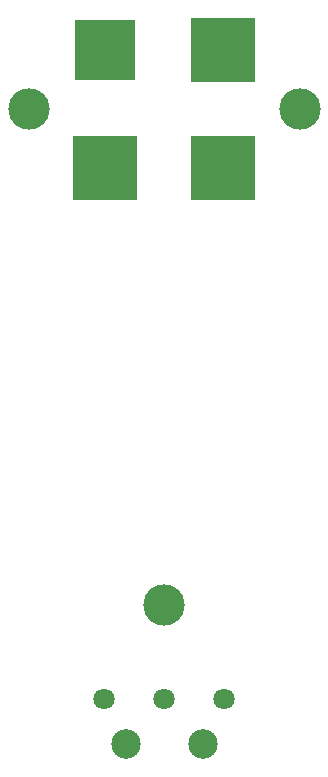
<source format=gbr>
G04 (created by PCBNEW (2013-may-18)-stable) date Пт 28 авг 2015 20:52:40*
%MOIN*%
G04 Gerber Fmt 3.4, Leading zero omitted, Abs format*
%FSLAX34Y34*%
G01*
G70*
G90*
G04 APERTURE LIST*
%ADD10C,0.00393701*%
%ADD11R,0.204724X0.204724*%
%ADD12R,0.212598X0.212598*%
%ADD13C,0.137795*%
%ADD14C,0.0708661*%
%ADD15C,0.0984252*%
G04 APERTURE END LIST*
G54D10*
G54D11*
X9633Y-7811D03*
G54D12*
X13570Y-7811D03*
X9633Y-11748D03*
X13570Y-11748D03*
G54D13*
X7074Y-9779D03*
X16129Y-9779D03*
X11601Y-26315D03*
G54D14*
X13601Y-29464D03*
X11601Y-29464D03*
X9601Y-29464D03*
G54D15*
X12881Y-30941D03*
X10322Y-30941D03*
M02*

</source>
